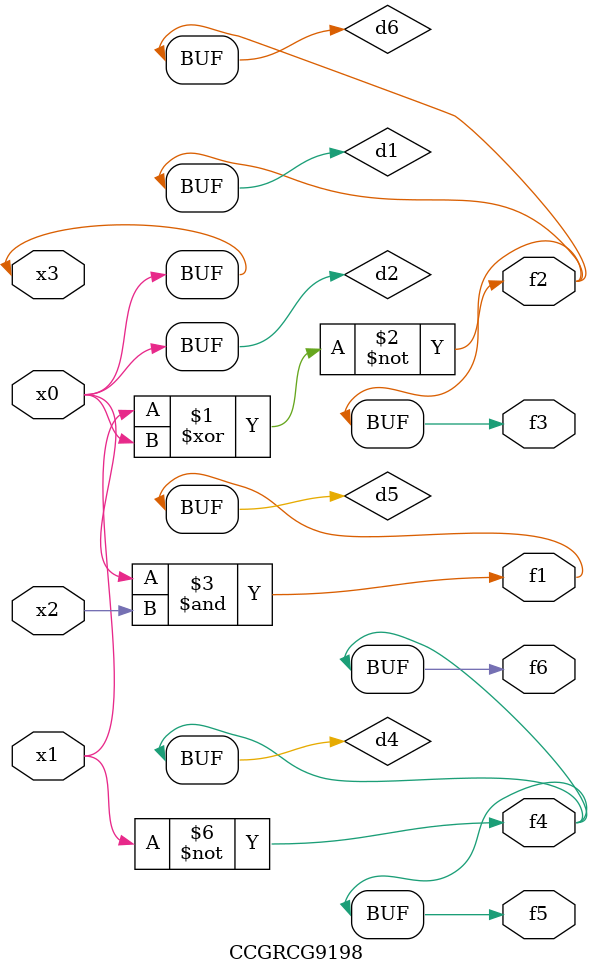
<source format=v>
module CCGRCG9198(
	input x0, x1, x2, x3,
	output f1, f2, f3, f4, f5, f6
);

	wire d1, d2, d3, d4, d5, d6;

	xnor (d1, x1, x3);
	buf (d2, x0, x3);
	nand (d3, x0, x2);
	not (d4, x1);
	nand (d5, d3);
	or (d6, d1);
	assign f1 = d5;
	assign f2 = d6;
	assign f3 = d6;
	assign f4 = d4;
	assign f5 = d4;
	assign f6 = d4;
endmodule

</source>
